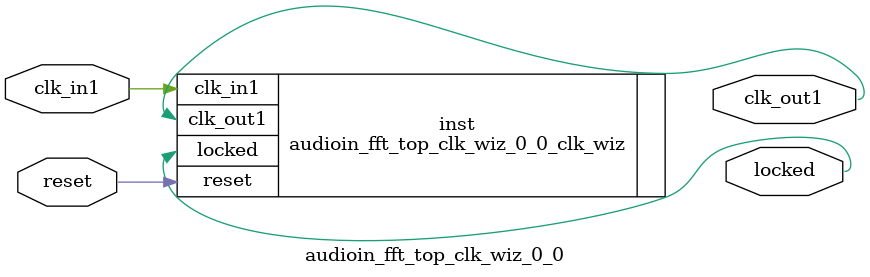
<source format=v>


`timescale 1ps/1ps

(* CORE_GENERATION_INFO = "audioin_fft_top_clk_wiz_0_0,clk_wiz_v6_0_2_0_0,{component_name=audioin_fft_top_clk_wiz_0_0,use_phase_alignment=true,use_min_o_jitter=false,use_max_i_jitter=false,use_dyn_phase_shift=false,use_inclk_switchover=false,use_dyn_reconfig=false,enable_axi=0,feedback_source=FDBK_AUTO,PRIMITIVE=MMCM,num_out_clk=1,clkin1_period=10.000,clkin2_period=10.000,use_power_down=false,use_reset=true,use_locked=true,use_inclk_stopped=false,feedback_type=SINGLE,CLOCK_MGR_TYPE=NA,manual_override=false}" *)

module audioin_fft_top_clk_wiz_0_0 
 (
  // Clock out ports
  output        clk_out1,
  // Status and control signals
  input         reset,
  output        locked,
 // Clock in ports
  input         clk_in1
 );

  audioin_fft_top_clk_wiz_0_0_clk_wiz inst
  (
  // Clock out ports  
  .clk_out1(clk_out1),
  // Status and control signals               
  .reset(reset), 
  .locked(locked),
 // Clock in ports
  .clk_in1(clk_in1)
  );

endmodule

</source>
